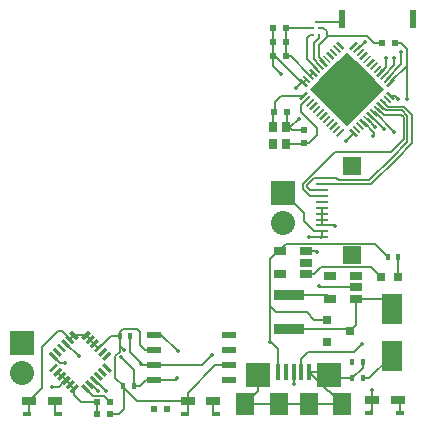
<source format=gtl>
G04 #@! TF.FileFunction,Copper,L1,Top,Signal*
%FSLAX46Y46*%
G04 Gerber Fmt 4.6, Leading zero omitted, Abs format (unit mm)*
G04 Created by KiCad (PCBNEW (2015-04-30 BZR 5634)-product) date Friday, May 08, 2015 'PMt' 05:38:52 PM*
%MOMM*%
G01*
G04 APERTURE LIST*
%ADD10C,0.100000*%
%ADD11R,0.500000X0.600000*%
%ADD12R,0.600000X0.500000*%
%ADD13R,1.800860X2.499360*%
%ADD14R,0.797560X0.797560*%
%ADD15R,2.500000X0.900000*%
%ADD16R,0.800100X0.800100*%
%ADD17R,0.400000X0.600000*%
%ADD18R,1.143000X0.508000*%
%ADD19R,1.060000X0.650000*%
%ADD20C,0.220000*%
%ADD21R,0.800000X0.900000*%
%ADD22R,1.600000X1.900000*%
%ADD23R,2.000000X2.000000*%
%ADD24R,0.400000X1.350000*%
%ADD25R,0.700000X0.400000*%
%ADD26R,1.200000X0.650000*%
%ADD27R,0.500000X1.600000*%
%ADD28R,2.032000X2.032000*%
%ADD29O,2.032000X2.032000*%
%ADD30R,1.500000X1.500000*%
%ADD31R,1.100000X0.250000*%
%ADD32C,0.355000*%
%ADD33C,0.127000*%
G04 APERTURE END LIST*
D10*
D11*
X175600000Y-91150000D03*
X175600000Y-92250000D03*
D12*
X163950000Y-114800000D03*
X162850000Y-114800000D03*
X159150000Y-114200000D03*
X158050000Y-114200000D03*
X159150000Y-115200000D03*
X158050000Y-115200000D03*
X172950000Y-83700000D03*
X174050000Y-83700000D03*
X173050000Y-89600000D03*
X174150000Y-89600000D03*
X182150000Y-83800000D03*
X183250000Y-83800000D03*
X174050000Y-82500000D03*
X172950000Y-82500000D03*
X174050000Y-84900000D03*
X172950000Y-84900000D03*
D13*
X183000000Y-110298980D03*
X183000000Y-106301020D03*
D14*
X182050700Y-103600000D03*
X183549300Y-103600000D03*
D15*
X174300000Y-108050000D03*
X174300000Y-105150000D03*
D16*
X177499240Y-107250000D03*
X177499240Y-109150000D03*
X179498220Y-108200000D03*
D17*
X183550000Y-101900000D03*
X182650000Y-101900000D03*
X179650000Y-110800000D03*
X180550000Y-110800000D03*
X180550000Y-112200000D03*
X179650000Y-112200000D03*
X160850000Y-108600000D03*
X159950000Y-108600000D03*
X161150000Y-112800000D03*
X160250000Y-112800000D03*
D18*
X162825000Y-112305000D03*
X162825000Y-111035000D03*
X162825000Y-109765000D03*
X162825000Y-108495000D03*
X169175000Y-108495000D03*
X169175000Y-109765000D03*
X169175000Y-111035000D03*
X169175000Y-112305000D03*
D19*
X175700000Y-103350000D03*
X175700000Y-102400000D03*
X175700000Y-101450000D03*
X173500000Y-101450000D03*
X173500000Y-103350000D03*
X180000000Y-105450000D03*
X180000000Y-104500000D03*
X180000000Y-103550000D03*
X177800000Y-103550000D03*
X177800000Y-105450000D03*
D20*
X176600000Y-82050000D03*
X176850000Y-82500000D03*
X176350000Y-82500000D03*
X176350000Y-83100000D03*
X176850000Y-83100000D03*
D21*
X174000000Y-90900000D03*
X174000000Y-92350000D03*
X172925000Y-90925000D03*
X172925000Y-92350000D03*
D10*
G36*
X180119238Y-91589087D02*
X179977817Y-91730508D01*
X179412132Y-91164823D01*
X179553553Y-91023402D01*
X180119238Y-91589087D01*
X180119238Y-91589087D01*
G37*
G36*
X180402081Y-91306245D02*
X180260660Y-91447666D01*
X179694975Y-90881981D01*
X179836396Y-90740560D01*
X180402081Y-91306245D01*
X180402081Y-91306245D01*
G37*
G36*
X180684924Y-91023402D02*
X180543503Y-91164823D01*
X179977818Y-90599138D01*
X180119239Y-90457717D01*
X180684924Y-91023402D01*
X180684924Y-91023402D01*
G37*
G36*
X180967767Y-90740559D02*
X180826346Y-90881980D01*
X180260661Y-90316295D01*
X180402082Y-90174874D01*
X180967767Y-90740559D01*
X180967767Y-90740559D01*
G37*
G36*
X181250609Y-90457716D02*
X181109188Y-90599137D01*
X180543503Y-90033452D01*
X180684924Y-89892031D01*
X181250609Y-90457716D01*
X181250609Y-90457716D01*
G37*
G36*
X181533452Y-90174874D02*
X181392031Y-90316295D01*
X180826346Y-89750610D01*
X180967767Y-89609189D01*
X181533452Y-90174874D01*
X181533452Y-90174874D01*
G37*
G36*
X181816295Y-89892031D02*
X181674874Y-90033452D01*
X181109189Y-89467767D01*
X181250610Y-89326346D01*
X181816295Y-89892031D01*
X181816295Y-89892031D01*
G37*
G36*
X182099137Y-89609188D02*
X181957716Y-89750609D01*
X181392031Y-89184924D01*
X181533452Y-89043503D01*
X182099137Y-89609188D01*
X182099137Y-89609188D01*
G37*
G36*
X182381980Y-89326346D02*
X182240559Y-89467767D01*
X181674874Y-88902082D01*
X181816295Y-88760661D01*
X182381980Y-89326346D01*
X182381980Y-89326346D01*
G37*
G36*
X182664823Y-89043503D02*
X182523402Y-89184924D01*
X181957717Y-88619239D01*
X182099138Y-88477818D01*
X182664823Y-89043503D01*
X182664823Y-89043503D01*
G37*
G36*
X182947666Y-88760660D02*
X182806245Y-88902081D01*
X182240560Y-88336396D01*
X182381981Y-88194975D01*
X182947666Y-88760660D01*
X182947666Y-88760660D01*
G37*
G36*
X183230508Y-88477817D02*
X183089087Y-88619238D01*
X182523402Y-88053553D01*
X182664823Y-87912132D01*
X183230508Y-88477817D01*
X183230508Y-88477817D01*
G37*
G36*
X183089087Y-86780762D02*
X183230508Y-86922183D01*
X182664823Y-87487868D01*
X182523402Y-87346447D01*
X183089087Y-86780762D01*
X183089087Y-86780762D01*
G37*
G36*
X182806245Y-86497919D02*
X182947666Y-86639340D01*
X182381981Y-87205025D01*
X182240560Y-87063604D01*
X182806245Y-86497919D01*
X182806245Y-86497919D01*
G37*
G36*
X182523402Y-86215076D02*
X182664823Y-86356497D01*
X182099138Y-86922182D01*
X181957717Y-86780761D01*
X182523402Y-86215076D01*
X182523402Y-86215076D01*
G37*
G36*
X182240559Y-85932233D02*
X182381980Y-86073654D01*
X181816295Y-86639339D01*
X181674874Y-86497918D01*
X182240559Y-85932233D01*
X182240559Y-85932233D01*
G37*
G36*
X181957716Y-85649391D02*
X182099137Y-85790812D01*
X181533452Y-86356497D01*
X181392031Y-86215076D01*
X181957716Y-85649391D01*
X181957716Y-85649391D01*
G37*
G36*
X181674874Y-85366548D02*
X181816295Y-85507969D01*
X181250610Y-86073654D01*
X181109189Y-85932233D01*
X181674874Y-85366548D01*
X181674874Y-85366548D01*
G37*
G36*
X181392031Y-85083705D02*
X181533452Y-85225126D01*
X180967767Y-85790811D01*
X180826346Y-85649390D01*
X181392031Y-85083705D01*
X181392031Y-85083705D01*
G37*
G36*
X181109188Y-84800863D02*
X181250609Y-84942284D01*
X180684924Y-85507969D01*
X180543503Y-85366548D01*
X181109188Y-84800863D01*
X181109188Y-84800863D01*
G37*
G36*
X180826346Y-84518020D02*
X180967767Y-84659441D01*
X180402082Y-85225126D01*
X180260661Y-85083705D01*
X180826346Y-84518020D01*
X180826346Y-84518020D01*
G37*
G36*
X180543503Y-84235177D02*
X180684924Y-84376598D01*
X180119239Y-84942283D01*
X179977818Y-84800862D01*
X180543503Y-84235177D01*
X180543503Y-84235177D01*
G37*
G36*
X180260660Y-83952334D02*
X180402081Y-84093755D01*
X179836396Y-84659440D01*
X179694975Y-84518019D01*
X180260660Y-83952334D01*
X180260660Y-83952334D01*
G37*
G36*
X179977817Y-83669492D02*
X180119238Y-83810913D01*
X179553553Y-84376598D01*
X179412132Y-84235177D01*
X179977817Y-83669492D01*
X179977817Y-83669492D01*
G37*
G36*
X178987868Y-84235177D02*
X178846447Y-84376598D01*
X178280762Y-83810913D01*
X178422183Y-83669492D01*
X178987868Y-84235177D01*
X178987868Y-84235177D01*
G37*
G36*
X178705025Y-84518019D02*
X178563604Y-84659440D01*
X177997919Y-84093755D01*
X178139340Y-83952334D01*
X178705025Y-84518019D01*
X178705025Y-84518019D01*
G37*
G36*
X178422182Y-84800862D02*
X178280761Y-84942283D01*
X177715076Y-84376598D01*
X177856497Y-84235177D01*
X178422182Y-84800862D01*
X178422182Y-84800862D01*
G37*
G36*
X178139339Y-85083705D02*
X177997918Y-85225126D01*
X177432233Y-84659441D01*
X177573654Y-84518020D01*
X178139339Y-85083705D01*
X178139339Y-85083705D01*
G37*
G36*
X177856497Y-85366548D02*
X177715076Y-85507969D01*
X177149391Y-84942284D01*
X177290812Y-84800863D01*
X177856497Y-85366548D01*
X177856497Y-85366548D01*
G37*
G36*
X177573654Y-85649390D02*
X177432233Y-85790811D01*
X176866548Y-85225126D01*
X177007969Y-85083705D01*
X177573654Y-85649390D01*
X177573654Y-85649390D01*
G37*
G36*
X177290811Y-85932233D02*
X177149390Y-86073654D01*
X176583705Y-85507969D01*
X176725126Y-85366548D01*
X177290811Y-85932233D01*
X177290811Y-85932233D01*
G37*
G36*
X177007969Y-86215076D02*
X176866548Y-86356497D01*
X176300863Y-85790812D01*
X176442284Y-85649391D01*
X177007969Y-86215076D01*
X177007969Y-86215076D01*
G37*
G36*
X176725126Y-86497918D02*
X176583705Y-86639339D01*
X176018020Y-86073654D01*
X176159441Y-85932233D01*
X176725126Y-86497918D01*
X176725126Y-86497918D01*
G37*
G36*
X176442283Y-86780761D02*
X176300862Y-86922182D01*
X175735177Y-86356497D01*
X175876598Y-86215076D01*
X176442283Y-86780761D01*
X176442283Y-86780761D01*
G37*
G36*
X176159440Y-87063604D02*
X176018019Y-87205025D01*
X175452334Y-86639340D01*
X175593755Y-86497919D01*
X176159440Y-87063604D01*
X176159440Y-87063604D01*
G37*
G36*
X175876598Y-87346447D02*
X175735177Y-87487868D01*
X175169492Y-86922183D01*
X175310913Y-86780762D01*
X175876598Y-87346447D01*
X175876598Y-87346447D01*
G37*
G36*
X175735177Y-87912132D02*
X175876598Y-88053553D01*
X175310913Y-88619238D01*
X175169492Y-88477817D01*
X175735177Y-87912132D01*
X175735177Y-87912132D01*
G37*
G36*
X176018019Y-88194975D02*
X176159440Y-88336396D01*
X175593755Y-88902081D01*
X175452334Y-88760660D01*
X176018019Y-88194975D01*
X176018019Y-88194975D01*
G37*
G36*
X176300862Y-88477818D02*
X176442283Y-88619239D01*
X175876598Y-89184924D01*
X175735177Y-89043503D01*
X176300862Y-88477818D01*
X176300862Y-88477818D01*
G37*
G36*
X176583705Y-88760661D02*
X176725126Y-88902082D01*
X176159441Y-89467767D01*
X176018020Y-89326346D01*
X176583705Y-88760661D01*
X176583705Y-88760661D01*
G37*
G36*
X176866548Y-89043503D02*
X177007969Y-89184924D01*
X176442284Y-89750609D01*
X176300863Y-89609188D01*
X176866548Y-89043503D01*
X176866548Y-89043503D01*
G37*
G36*
X177149390Y-89326346D02*
X177290811Y-89467767D01*
X176725126Y-90033452D01*
X176583705Y-89892031D01*
X177149390Y-89326346D01*
X177149390Y-89326346D01*
G37*
G36*
X177432233Y-89609189D02*
X177573654Y-89750610D01*
X177007969Y-90316295D01*
X176866548Y-90174874D01*
X177432233Y-89609189D01*
X177432233Y-89609189D01*
G37*
G36*
X177715076Y-89892031D02*
X177856497Y-90033452D01*
X177290812Y-90599137D01*
X177149391Y-90457716D01*
X177715076Y-89892031D01*
X177715076Y-89892031D01*
G37*
G36*
X177997918Y-90174874D02*
X178139339Y-90316295D01*
X177573654Y-90881980D01*
X177432233Y-90740559D01*
X177997918Y-90174874D01*
X177997918Y-90174874D01*
G37*
G36*
X178280761Y-90457717D02*
X178422182Y-90599138D01*
X177856497Y-91164823D01*
X177715076Y-91023402D01*
X178280761Y-90457717D01*
X178280761Y-90457717D01*
G37*
G36*
X178563604Y-90740560D02*
X178705025Y-90881981D01*
X178139340Y-91447666D01*
X177997919Y-91306245D01*
X178563604Y-90740560D01*
X178563604Y-90740560D01*
G37*
G36*
X178846447Y-91023402D02*
X178987868Y-91164823D01*
X178422183Y-91730508D01*
X178280762Y-91589087D01*
X178846447Y-91023402D01*
X178846447Y-91023402D01*
G37*
G36*
X179986656Y-85340031D02*
X179200000Y-86126687D01*
X178413344Y-85340031D01*
X179200000Y-84553375D01*
X179986656Y-85340031D01*
X179986656Y-85340031D01*
G37*
G36*
X179200000Y-86126687D02*
X178413344Y-86913343D01*
X177626688Y-86126687D01*
X178413344Y-85340031D01*
X179200000Y-86126687D01*
X179200000Y-86126687D01*
G37*
G36*
X178413343Y-86913344D02*
X177626687Y-87700000D01*
X176840031Y-86913344D01*
X177626687Y-86126688D01*
X178413343Y-86913344D01*
X178413343Y-86913344D01*
G37*
G36*
X177626687Y-87700000D02*
X176840031Y-88486656D01*
X176053375Y-87700000D01*
X176840031Y-86913344D01*
X177626687Y-87700000D01*
X177626687Y-87700000D01*
G37*
G36*
X180773312Y-86126687D02*
X179986656Y-86913343D01*
X179200000Y-86126687D01*
X179986656Y-85340031D01*
X180773312Y-86126687D01*
X180773312Y-86126687D01*
G37*
G36*
X179986656Y-86913344D02*
X179200000Y-87700000D01*
X178413344Y-86913344D01*
X179200000Y-86126688D01*
X179986656Y-86913344D01*
X179986656Y-86913344D01*
G37*
G36*
X179200000Y-87700000D02*
X178413344Y-88486656D01*
X177626688Y-87700000D01*
X178413344Y-86913344D01*
X179200000Y-87700000D01*
X179200000Y-87700000D01*
G37*
G36*
X178413343Y-88486656D02*
X177626687Y-89273312D01*
X176840031Y-88486656D01*
X177626687Y-87700000D01*
X178413343Y-88486656D01*
X178413343Y-88486656D01*
G37*
G36*
X181559969Y-86913344D02*
X180773313Y-87700000D01*
X179986657Y-86913344D01*
X180773313Y-86126688D01*
X181559969Y-86913344D01*
X181559969Y-86913344D01*
G37*
G36*
X180773312Y-87700000D02*
X179986656Y-88486656D01*
X179200000Y-87700000D01*
X179986656Y-86913344D01*
X180773312Y-87700000D01*
X180773312Y-87700000D01*
G37*
G36*
X179986656Y-88486656D02*
X179200000Y-89273312D01*
X178413344Y-88486656D01*
X179200000Y-87700000D01*
X179986656Y-88486656D01*
X179986656Y-88486656D01*
G37*
G36*
X179200000Y-89273313D02*
X178413344Y-90059969D01*
X177626688Y-89273313D01*
X178413344Y-88486657D01*
X179200000Y-89273313D01*
X179200000Y-89273313D01*
G37*
G36*
X182346625Y-87700000D02*
X181559969Y-88486656D01*
X180773313Y-87700000D01*
X181559969Y-86913344D01*
X182346625Y-87700000D01*
X182346625Y-87700000D01*
G37*
G36*
X181559969Y-88486656D02*
X180773313Y-89273312D01*
X179986657Y-88486656D01*
X180773313Y-87700000D01*
X181559969Y-88486656D01*
X181559969Y-88486656D01*
G37*
G36*
X180773312Y-89273313D02*
X179986656Y-90059969D01*
X179200000Y-89273313D01*
X179986656Y-88486657D01*
X180773312Y-89273313D01*
X180773312Y-89273313D01*
G37*
G36*
X179986656Y-90059969D02*
X179200000Y-90846625D01*
X178413344Y-90059969D01*
X179200000Y-89273313D01*
X179986656Y-90059969D01*
X179986656Y-90059969D01*
G37*
G36*
X154142804Y-111701561D02*
X153930672Y-111489429D01*
X154531712Y-110888389D01*
X154743844Y-111100521D01*
X154142804Y-111701561D01*
X154142804Y-111701561D01*
G37*
G36*
X154496358Y-112055114D02*
X154284226Y-111842982D01*
X154885266Y-111241942D01*
X155097398Y-111454074D01*
X154496358Y-112055114D01*
X154496358Y-112055114D01*
G37*
G36*
X154849911Y-112408668D02*
X154637779Y-112196536D01*
X155238819Y-111595496D01*
X155450951Y-111807628D01*
X154849911Y-112408668D01*
X154849911Y-112408668D01*
G37*
G36*
X155203464Y-112762221D02*
X154991332Y-112550089D01*
X155592372Y-111949049D01*
X155804504Y-112161181D01*
X155203464Y-112762221D01*
X155203464Y-112762221D01*
G37*
G36*
X155557018Y-113115774D02*
X155344886Y-112903642D01*
X155945926Y-112302602D01*
X156158058Y-112514734D01*
X155557018Y-113115774D01*
X155557018Y-113115774D01*
G37*
G36*
X155910571Y-113469328D02*
X155698439Y-113257196D01*
X156299479Y-112656156D01*
X156511611Y-112868288D01*
X155910571Y-113469328D01*
X155910571Y-113469328D01*
G37*
G36*
X157501561Y-113257196D02*
X157289429Y-113469328D01*
X156688389Y-112868288D01*
X156900521Y-112656156D01*
X157501561Y-113257196D01*
X157501561Y-113257196D01*
G37*
G36*
X157855114Y-112903642D02*
X157642982Y-113115774D01*
X157041942Y-112514734D01*
X157254074Y-112302602D01*
X157855114Y-112903642D01*
X157855114Y-112903642D01*
G37*
G36*
X158208668Y-112550089D02*
X157996536Y-112762221D01*
X157395496Y-112161181D01*
X157607628Y-111949049D01*
X158208668Y-112550089D01*
X158208668Y-112550089D01*
G37*
G36*
X158562221Y-112196536D02*
X158350089Y-112408668D01*
X157749049Y-111807628D01*
X157961181Y-111595496D01*
X158562221Y-112196536D01*
X158562221Y-112196536D01*
G37*
G36*
X158915774Y-111842982D02*
X158703642Y-112055114D01*
X158102602Y-111454074D01*
X158314734Y-111241942D01*
X158915774Y-111842982D01*
X158915774Y-111842982D01*
G37*
G36*
X159269328Y-111489429D02*
X159057196Y-111701561D01*
X158456156Y-111100521D01*
X158668288Y-110888389D01*
X159269328Y-111489429D01*
X159269328Y-111489429D01*
G37*
G36*
X158668288Y-110711611D02*
X158456156Y-110499479D01*
X159057196Y-109898439D01*
X159269328Y-110110571D01*
X158668288Y-110711611D01*
X158668288Y-110711611D01*
G37*
G36*
X158314734Y-110358058D02*
X158102602Y-110145926D01*
X158703642Y-109544886D01*
X158915774Y-109757018D01*
X158314734Y-110358058D01*
X158314734Y-110358058D01*
G37*
G36*
X157961181Y-110004504D02*
X157749049Y-109792372D01*
X158350089Y-109191332D01*
X158562221Y-109403464D01*
X157961181Y-110004504D01*
X157961181Y-110004504D01*
G37*
G36*
X157607628Y-109650951D02*
X157395496Y-109438819D01*
X157996536Y-108837779D01*
X158208668Y-109049911D01*
X157607628Y-109650951D01*
X157607628Y-109650951D01*
G37*
G36*
X157254074Y-109297398D02*
X157041942Y-109085266D01*
X157642982Y-108484226D01*
X157855114Y-108696358D01*
X157254074Y-109297398D01*
X157254074Y-109297398D01*
G37*
G36*
X156900521Y-108943844D02*
X156688389Y-108731712D01*
X157289429Y-108130672D01*
X157501561Y-108342804D01*
X156900521Y-108943844D01*
X156900521Y-108943844D01*
G37*
G36*
X156511611Y-108731712D02*
X156299479Y-108943844D01*
X155698439Y-108342804D01*
X155910571Y-108130672D01*
X156511611Y-108731712D01*
X156511611Y-108731712D01*
G37*
G36*
X156158058Y-109085266D02*
X155945926Y-109297398D01*
X155344886Y-108696358D01*
X155557018Y-108484226D01*
X156158058Y-109085266D01*
X156158058Y-109085266D01*
G37*
G36*
X155804504Y-109438819D02*
X155592372Y-109650951D01*
X154991332Y-109049911D01*
X155203464Y-108837779D01*
X155804504Y-109438819D01*
X155804504Y-109438819D01*
G37*
G36*
X155450951Y-109792372D02*
X155238819Y-110004504D01*
X154637779Y-109403464D01*
X154849911Y-109191332D01*
X155450951Y-109792372D01*
X155450951Y-109792372D01*
G37*
G36*
X155097398Y-110145926D02*
X154885266Y-110358058D01*
X154284226Y-109757018D01*
X154496358Y-109544886D01*
X155097398Y-110145926D01*
X155097398Y-110145926D01*
G37*
G36*
X154743844Y-110499479D02*
X154531712Y-110711611D01*
X153930672Y-110110571D01*
X154142804Y-109898439D01*
X154743844Y-110499479D01*
X154743844Y-110499479D01*
G37*
D22*
X175950000Y-114370000D03*
X173450000Y-114370000D03*
X178810000Y-114370000D03*
D23*
X177700000Y-111940000D03*
D24*
X173399100Y-111637460D03*
X174049100Y-111637460D03*
X174699100Y-111637460D03*
X175349100Y-111637460D03*
X175999100Y-111637460D03*
D23*
X171700000Y-111940000D03*
D22*
X170590000Y-114370000D03*
D25*
X168100000Y-115200000D03*
D26*
X167900000Y-114100000D03*
X165700000Y-114100000D03*
D25*
X165500000Y-115200000D03*
X154700000Y-115200000D03*
D26*
X154500000Y-114100000D03*
X152300000Y-114100000D03*
D25*
X152100000Y-115200000D03*
X183700000Y-115100000D03*
D26*
X183500000Y-114000000D03*
X181300000Y-114000000D03*
D25*
X181100000Y-115100000D03*
D27*
X184800000Y-81800000D03*
X178800000Y-81800000D03*
D28*
X173800000Y-96500000D03*
D29*
X173800000Y-99040000D03*
D28*
X151700000Y-109200000D03*
D29*
X151700000Y-111740000D03*
D30*
X179600000Y-101750000D03*
D31*
X177100000Y-99750000D03*
X177100000Y-99250000D03*
X177100000Y-98750000D03*
X177100000Y-98250000D03*
X177100000Y-97750000D03*
X177100000Y-97250000D03*
X177100000Y-96750000D03*
X177100000Y-96250000D03*
X177100000Y-95750000D03*
X177100000Y-100250000D03*
D30*
X179600000Y-94250000D03*
D32*
X154200000Y-112900000D03*
X158100000Y-114200000D03*
X170400000Y-114300000D03*
X164900000Y-109900000D03*
X177900000Y-112100000D03*
X176800000Y-104400000D03*
X176000000Y-100200000D03*
X175900000Y-102500000D03*
X184300000Y-88500000D03*
X175100000Y-90200000D03*
X174150000Y-89600000D03*
X174100000Y-84900000D03*
X158800000Y-113300000D03*
X163900000Y-114800000D03*
X158100000Y-113300000D03*
X162900000Y-114800000D03*
X183500000Y-88500000D03*
X173600000Y-86400000D03*
X179100000Y-92100000D03*
X174900000Y-87600000D03*
X169000000Y-111100000D03*
X181300000Y-113200000D03*
X177900000Y-103500000D03*
X178200000Y-99300000D03*
X160300000Y-109800000D03*
X162700000Y-109800000D03*
X172700000Y-109100000D03*
X173500000Y-103350000D03*
X179600000Y-110700000D03*
X183200000Y-91300000D03*
X167800000Y-110200000D03*
X155300000Y-110900000D03*
X161800000Y-111000000D03*
X182300000Y-91100000D03*
X164800000Y-112200000D03*
X156500000Y-110300000D03*
X160100000Y-110400000D03*
X183800000Y-84600000D03*
X168100000Y-114000000D03*
X183200000Y-85100000D03*
X154600000Y-114200000D03*
X182500000Y-85100000D03*
X183800000Y-114000000D03*
X181400000Y-91700000D03*
X174700000Y-112700000D03*
X181600000Y-90900000D03*
X174000000Y-111600000D03*
X180700000Y-83700000D03*
X180500000Y-109300000D03*
X177400000Y-109000000D03*
X176700000Y-101500000D03*
D33*
X154800000Y-112900000D02*
X155344365Y-112355635D01*
X154600000Y-112900000D02*
X154800000Y-112900000D01*
X154200000Y-112900000D02*
X154600000Y-112900000D01*
X155344365Y-112355635D02*
X155397918Y-112355635D01*
X158100000Y-114200000D02*
X158050000Y-114200000D01*
X162825000Y-108495000D02*
X163495000Y-108495000D01*
X170400000Y-114300000D02*
X170470000Y-114370000D01*
X163495000Y-108495000D02*
X164900000Y-109900000D01*
X170470000Y-114370000D02*
X170590000Y-114370000D01*
X175999100Y-111637460D02*
X177397460Y-111637460D01*
X177397460Y-111637460D02*
X177700000Y-111940000D01*
X177900000Y-112100000D02*
X177740000Y-111940000D01*
X177740000Y-111940000D02*
X177700000Y-111940000D01*
X176900000Y-104500000D02*
X180000000Y-104500000D01*
X176800000Y-104400000D02*
X176900000Y-104500000D01*
X176050000Y-100250000D02*
X176000000Y-100200000D01*
X177100000Y-100250000D02*
X176050000Y-100250000D01*
X175900000Y-102500000D02*
X175800000Y-102400000D01*
X175800000Y-102400000D02*
X175700000Y-102400000D01*
X184255635Y-88455635D02*
X184255635Y-85755635D01*
X184300000Y-88500000D02*
X184255635Y-88455635D01*
X175100000Y-90200000D02*
X174400000Y-90900000D01*
X174400000Y-90900000D02*
X174000000Y-90900000D01*
X155751472Y-112709188D02*
X155751472Y-112709189D01*
X155751472Y-112709189D02*
X156105025Y-113062742D01*
X155044365Y-112002082D02*
X155397918Y-112355635D01*
X154690812Y-111648528D02*
X154690812Y-111648529D01*
X154690812Y-111648529D02*
X155397918Y-112355635D01*
X155397918Y-112355635D02*
X155397919Y-112355635D01*
X155397919Y-112355635D02*
X156105025Y-113062741D01*
X156105025Y-113062741D02*
X156105025Y-113605025D01*
X157050000Y-114200000D02*
X158050000Y-114200000D01*
X156700000Y-114200000D02*
X157050000Y-114200000D01*
X156105025Y-113605025D02*
X156700000Y-114200000D01*
X158050000Y-114200000D02*
X158050000Y-115200000D01*
X174150000Y-90750000D02*
X174150000Y-89600000D01*
X174100000Y-84900000D02*
X174050000Y-84900000D01*
X180550000Y-110800000D02*
X180550000Y-111300000D01*
X180550000Y-111300000D02*
X179650000Y-112200000D01*
X179650000Y-112200000D02*
X177960000Y-112200000D01*
X177960000Y-112200000D02*
X177700000Y-111940000D01*
X171700000Y-111940000D02*
X171700000Y-113260000D01*
X171700000Y-113260000D02*
X170590000Y-114370000D01*
X170590000Y-114370000D02*
X173450000Y-114370000D01*
X173450000Y-114370000D02*
X175950000Y-114370000D01*
X175950000Y-114370000D02*
X178810000Y-114370000D01*
X178810000Y-114370000D02*
X177700000Y-113260000D01*
X177700000Y-113260000D02*
X177621640Y-113260000D01*
X177621640Y-113260000D02*
X175999100Y-111637460D01*
X177100000Y-99750000D02*
X177100000Y-100250000D01*
X177100000Y-100250000D02*
X177000000Y-100350000D01*
X173800000Y-96500000D02*
X173900000Y-96500000D01*
X173900000Y-96500000D02*
X175600000Y-98200000D01*
X175600000Y-98200000D02*
X175600000Y-98900000D01*
X175600000Y-98900000D02*
X176450000Y-99750000D01*
X176450000Y-99750000D02*
X177100000Y-99750000D01*
X174150000Y-90750000D02*
X174550000Y-91150000D01*
X174550000Y-91150000D02*
X175600000Y-91150000D01*
X183250000Y-83800000D02*
X183800000Y-83800000D01*
X184300000Y-85711270D02*
X182876955Y-87134315D01*
X184300000Y-84300000D02*
X184300000Y-85711270D01*
X183800000Y-83800000D02*
X184300000Y-84300000D01*
X174050000Y-84900000D02*
X174420101Y-84900000D01*
X174420101Y-84900000D02*
X176088730Y-86568629D01*
X176088730Y-86568629D02*
X176371573Y-86285786D01*
X174050000Y-82500000D02*
X176350000Y-82500000D01*
X174050000Y-82500000D02*
X174050000Y-83700000D01*
X174050000Y-83700000D02*
X174050000Y-84900000D01*
X174000000Y-92350000D02*
X175500000Y-92350000D01*
X175500000Y-92350000D02*
X175550000Y-92300000D01*
X175550000Y-92300000D02*
X176000000Y-92300000D01*
X176000000Y-92300000D02*
X176700000Y-91600000D01*
X176700000Y-91600000D02*
X176700000Y-91000000D01*
X176700000Y-91000000D02*
X175300000Y-89600000D01*
X175300000Y-89600000D02*
X175300000Y-89054415D01*
X175300000Y-89054415D02*
X175805887Y-88548528D01*
X157802082Y-112355635D02*
X157855635Y-112355635D01*
X157855635Y-112355635D02*
X158800000Y-113300000D01*
X163900000Y-114800000D02*
X163950000Y-114800000D01*
X157448528Y-112709188D02*
X157509188Y-112709188D01*
X157509188Y-112709188D02*
X158100000Y-113300000D01*
X162900000Y-114800000D02*
X162850000Y-114800000D01*
X157094975Y-113062742D02*
X157094975Y-113094975D01*
X157094975Y-113094975D02*
X157700000Y-113700000D01*
X157700000Y-113700000D02*
X158650000Y-113700000D01*
X158650000Y-113700000D02*
X159150000Y-114200000D01*
X183265685Y-88265685D02*
X182876955Y-88265685D01*
X183265685Y-88265685D02*
X183500000Y-88500000D01*
X172950000Y-84900000D02*
X172950000Y-85750000D01*
X172950000Y-85750000D02*
X173600000Y-86400000D01*
X179765685Y-91434315D02*
X179100000Y-92100000D01*
X175365685Y-87134315D02*
X175523045Y-87134315D01*
X174900000Y-87600000D02*
X175365685Y-87134315D01*
X179765685Y-91376955D02*
X179765685Y-91434315D01*
X160250000Y-112800000D02*
X160250000Y-112950000D01*
X160250000Y-112950000D02*
X161400000Y-114100000D01*
X161400000Y-114100000D02*
X165700000Y-114100000D01*
X152300000Y-114100000D02*
X152300000Y-115000000D01*
X152300000Y-115000000D02*
X152100000Y-115200000D01*
X155751472Y-108890812D02*
X155751472Y-108851472D01*
X155751472Y-108851472D02*
X155100000Y-108200000D01*
X153400000Y-113000000D02*
X152300000Y-114100000D01*
X153400000Y-109500000D02*
X153400000Y-113000000D01*
X154700000Y-108200000D02*
X153400000Y-109500000D01*
X155100000Y-108200000D02*
X154700000Y-108200000D01*
X162825000Y-109765000D02*
X162065000Y-109765000D01*
X159950000Y-108250000D02*
X159950000Y-108600000D01*
X160200000Y-108000000D02*
X159950000Y-108250000D01*
X161400000Y-108000000D02*
X160200000Y-108000000D01*
X161700000Y-108300000D02*
X161400000Y-108000000D01*
X161700000Y-109400000D02*
X161700000Y-108300000D01*
X162065000Y-109765000D02*
X161700000Y-109400000D01*
X157094975Y-108537258D02*
X157094975Y-108537259D01*
X157094975Y-108537259D02*
X157448528Y-108890812D01*
X165700000Y-114100000D02*
X165700000Y-115000000D01*
X169175000Y-111035000D02*
X168065000Y-111035000D01*
X165700000Y-113400000D02*
X165700000Y-114100000D01*
X168065000Y-111035000D02*
X165700000Y-113400000D01*
X169000000Y-111100000D02*
X169065000Y-111035000D01*
X169065000Y-111035000D02*
X169175000Y-111035000D01*
X181300000Y-114000000D02*
X181300000Y-114900000D01*
X181300000Y-114900000D02*
X181100000Y-115100000D01*
X181300000Y-114000000D02*
X181300000Y-113200000D01*
X177900000Y-103500000D02*
X177850000Y-103550000D01*
X177850000Y-103550000D02*
X177800000Y-103550000D01*
X177100000Y-99250000D02*
X178150000Y-99250000D01*
X178150000Y-99250000D02*
X178200000Y-99300000D01*
X159950000Y-108600000D02*
X159950000Y-109950000D01*
X159950000Y-109950000D02*
X159600000Y-110300000D01*
X159600000Y-110300000D02*
X159600000Y-112150000D01*
X159600000Y-112150000D02*
X160300000Y-112850000D01*
X160300000Y-112850000D02*
X160300000Y-114050000D01*
X159900000Y-115200000D02*
X159150000Y-115200000D01*
X160300000Y-114800000D02*
X159900000Y-115200000D01*
X160300000Y-114050000D02*
X160300000Y-114800000D01*
X159950000Y-108600000D02*
X159950000Y-109450000D01*
X159950000Y-109450000D02*
X160300000Y-109800000D01*
X162700000Y-109800000D02*
X162735000Y-109765000D01*
X162735000Y-109765000D02*
X162825000Y-109765000D01*
X155751472Y-108890812D02*
X155751472Y-108890811D01*
X155751472Y-108890811D02*
X156105025Y-108537258D01*
X156105025Y-108537258D02*
X157094974Y-108537258D01*
X157094974Y-108537258D02*
X157802081Y-109244365D01*
X157802081Y-109244365D02*
X157802082Y-109244365D01*
X157802082Y-109244365D02*
X158155635Y-109597918D01*
X158155635Y-109597918D02*
X158202082Y-109597918D01*
X158202082Y-109597918D02*
X159200000Y-108600000D01*
X159200000Y-108600000D02*
X159950000Y-108600000D01*
X177100000Y-99250000D02*
X177100000Y-98750000D01*
X177100000Y-98750000D02*
X177100000Y-98250000D01*
X177100000Y-97750000D02*
X177100000Y-99250000D01*
X172950000Y-82500000D02*
X172950000Y-83700000D01*
X172950000Y-83700000D02*
X172950000Y-84900000D01*
X175523045Y-87134315D02*
X175523045Y-87134314D01*
X175523045Y-87134314D02*
X175805887Y-86851472D01*
X172950000Y-84900000D02*
X173100000Y-84900000D01*
X173100000Y-84900000D02*
X175334315Y-87134315D01*
X175334315Y-87134315D02*
X175523045Y-87134315D01*
X172925000Y-90925000D02*
X172925000Y-89725000D01*
X172925000Y-89725000D02*
X173100000Y-89550000D01*
X173100000Y-89550000D02*
X173100000Y-88800000D01*
X173100000Y-88800000D02*
X173634315Y-88265685D01*
X173634315Y-88265685D02*
X175523045Y-88265685D01*
X182150000Y-83800000D02*
X181500000Y-83800000D01*
X177600000Y-83200000D02*
X177500000Y-83300000D01*
X180900000Y-83200000D02*
X177600000Y-83200000D01*
X181500000Y-83800000D02*
X180900000Y-83200000D01*
X176850000Y-82500000D02*
X177200000Y-82500000D01*
X176800000Y-85017157D02*
X177220101Y-85437258D01*
X176800000Y-84000000D02*
X176800000Y-85017157D01*
X177500000Y-83300000D02*
X176800000Y-84000000D01*
X177500000Y-82800000D02*
X177500000Y-83300000D01*
X177200000Y-82500000D02*
X177500000Y-82800000D01*
X180550000Y-112200000D02*
X181098980Y-112200000D01*
X181098980Y-112200000D02*
X183000000Y-110298980D01*
X180000000Y-105450000D02*
X180000000Y-107698220D01*
X180000000Y-107698220D02*
X179498220Y-108200000D01*
X180000000Y-105450000D02*
X182148980Y-105450000D01*
X182148980Y-105450000D02*
X183000000Y-106301020D01*
X174300000Y-108050000D02*
X179348220Y-108050000D01*
X179348220Y-108050000D02*
X179498220Y-108200000D01*
X175700000Y-103350000D02*
X176450000Y-103350000D01*
X181250700Y-102800000D02*
X182050700Y-103600000D01*
X177000000Y-102800000D02*
X181250700Y-102800000D01*
X176450000Y-103350000D02*
X177000000Y-102800000D01*
X183550000Y-101900000D02*
X183550000Y-103599300D01*
X183550000Y-103599300D02*
X183549300Y-103600000D01*
X174300000Y-105150000D02*
X177500000Y-105150000D01*
X177500000Y-105150000D02*
X177800000Y-105450000D01*
X172700000Y-106100000D02*
X172700000Y-109000000D01*
X173400000Y-109700000D02*
X173400000Y-111636560D01*
X172700000Y-109000000D02*
X173400000Y-109700000D01*
X173400000Y-111636560D02*
X173399100Y-111637460D01*
X172700000Y-106100000D02*
X173200000Y-106600000D01*
X172700000Y-102100000D02*
X172700000Y-106100000D01*
X173350000Y-101450000D02*
X172700000Y-102100000D01*
X176450000Y-107250000D02*
X177499240Y-107250000D01*
X175800000Y-106600000D02*
X176450000Y-107250000D01*
X173200000Y-106600000D02*
X175800000Y-106600000D01*
X173500000Y-101450000D02*
X173350000Y-101450000D01*
X173500000Y-101450000D02*
X173500000Y-101300000D01*
X173500000Y-101300000D02*
X174000000Y-100800000D01*
X174000000Y-100800000D02*
X181550000Y-100800000D01*
X181550000Y-100800000D02*
X182650000Y-101900000D01*
X179650000Y-110750000D02*
X179600000Y-110700000D01*
X179650000Y-110750000D02*
X179650000Y-110800000D01*
X181579899Y-89679899D02*
X183200000Y-91300000D01*
X166965000Y-111035000D02*
X162825000Y-111035000D01*
X167800000Y-110200000D02*
X166965000Y-111035000D01*
X181462742Y-89679899D02*
X181579899Y-89679899D01*
X162000000Y-111035000D02*
X161835000Y-111035000D01*
X154900000Y-110900000D02*
X154337258Y-110337258D01*
X155300000Y-110900000D02*
X154900000Y-110900000D01*
X161835000Y-111035000D02*
X161800000Y-111000000D01*
X154337258Y-110337258D02*
X154337258Y-110305025D01*
X160850000Y-108600000D02*
X160850000Y-109950000D01*
X161935000Y-111035000D02*
X162000000Y-111035000D01*
X162000000Y-111035000D02*
X162825000Y-111035000D01*
X160850000Y-109950000D02*
X161935000Y-111035000D01*
X181262742Y-89962742D02*
X182300000Y-91100000D01*
X164695000Y-112305000D02*
X162825000Y-112305000D01*
X164800000Y-112200000D02*
X164695000Y-112305000D01*
X181179899Y-89962742D02*
X181262742Y-89962742D01*
X161150000Y-112800000D02*
X161150000Y-111450000D01*
X156500000Y-110300000D02*
X155444365Y-109244365D01*
X161150000Y-111450000D02*
X160100000Y-110400000D01*
X155444365Y-109244365D02*
X155397918Y-109244365D01*
X161150000Y-112800000D02*
X161700000Y-112800000D01*
X161700000Y-112800000D02*
X162195000Y-112305000D01*
X162195000Y-112305000D02*
X162825000Y-112305000D01*
X182594113Y-86805887D02*
X183800000Y-85600000D01*
X183800000Y-85600000D02*
X183800000Y-84600000D01*
X167900000Y-114100000D02*
X167900000Y-115000000D01*
X167900000Y-115000000D02*
X168100000Y-115200000D01*
X168100000Y-114000000D02*
X168000000Y-114100000D01*
X168000000Y-114100000D02*
X167900000Y-114100000D01*
X182594113Y-86851472D02*
X182594113Y-86805887D01*
X183200000Y-85700000D02*
X183200000Y-85100000D01*
X182331371Y-86568629D02*
X183200000Y-85700000D01*
X154600000Y-114200000D02*
X154500000Y-114100000D01*
X182311270Y-86568629D02*
X182331371Y-86568629D01*
X154500000Y-114100000D02*
X154500000Y-115000000D01*
X154500000Y-115000000D02*
X154700000Y-115200000D01*
X182500000Y-85800000D02*
X182500000Y-85100000D01*
X182028427Y-86271573D02*
X182500000Y-85800000D01*
X183800000Y-114000000D02*
X183700000Y-114100000D01*
X183700000Y-114100000D02*
X183700000Y-115100000D01*
X182028427Y-86285786D02*
X182028427Y-86271573D01*
X176850000Y-83100000D02*
X176850000Y-83350000D01*
X176400000Y-85182843D02*
X176937258Y-85720101D01*
X176400000Y-83800000D02*
X176400000Y-85182843D01*
X176850000Y-83350000D02*
X176400000Y-83800000D01*
X176350000Y-83100000D02*
X176100000Y-83100000D01*
X175800000Y-85148528D02*
X176654416Y-86002944D01*
X175800000Y-83400000D02*
X175800000Y-85148528D01*
X176100000Y-83100000D02*
X175800000Y-83400000D01*
X182311270Y-88831371D02*
X182331371Y-88831371D01*
X182331371Y-88831371D02*
X182700000Y-89200000D01*
X182700000Y-89200000D02*
X184000000Y-89200000D01*
X184000000Y-89200000D02*
X184700000Y-89900000D01*
X184700000Y-89900000D02*
X184700000Y-92300000D01*
X184700000Y-92300000D02*
X183400000Y-93600000D01*
X177100000Y-95750000D02*
X181250000Y-95750000D01*
X181250000Y-95750000D02*
X183400000Y-93600000D01*
X182028427Y-89114214D02*
X182114214Y-89114214D01*
X182114214Y-89114214D02*
X182500000Y-89500000D01*
X182500000Y-89500000D02*
X183845998Y-89500000D01*
X183845998Y-89500000D02*
X184300000Y-89954002D01*
X184300000Y-89954002D02*
X184300000Y-92200000D01*
X184300000Y-92200000D02*
X183000000Y-93500000D01*
X177100000Y-96250000D02*
X176050000Y-96250000D01*
X181100000Y-95400000D02*
X183000000Y-93500000D01*
X183000000Y-93500000D02*
X183100000Y-93400000D01*
X178504002Y-95400000D02*
X181100000Y-95400000D01*
X178304002Y-95200000D02*
X178504002Y-95400000D01*
X176400000Y-95200000D02*
X178304002Y-95200000D01*
X175800000Y-95800000D02*
X176400000Y-95200000D01*
X175800000Y-96000000D02*
X175800000Y-95800000D01*
X176050000Y-96250000D02*
X175800000Y-96000000D01*
X181745584Y-89397056D02*
X181797056Y-89397056D01*
X181797056Y-89397056D02*
X182300000Y-89900000D01*
X182300000Y-89900000D02*
X183800000Y-89900000D01*
X183800000Y-89900000D02*
X184000000Y-90100000D01*
X184000000Y-90100000D02*
X184000000Y-91900000D01*
X184000000Y-91900000D02*
X182900000Y-93000000D01*
X182900000Y-93000000D02*
X182000000Y-93000000D01*
X177100000Y-96750000D02*
X176050000Y-96750000D01*
X178200000Y-93000000D02*
X182000000Y-93000000D01*
X175500000Y-95700000D02*
X178200000Y-93000000D01*
X175500000Y-96200000D02*
X175500000Y-95700000D01*
X176050000Y-96750000D02*
X175500000Y-96200000D01*
X176600000Y-82050000D02*
X178550000Y-82050000D01*
X178550000Y-82050000D02*
X178800000Y-81800000D01*
X174699100Y-111637460D02*
X174699100Y-112699100D01*
X181500000Y-91414213D02*
X180614214Y-90528427D01*
X181500000Y-91600000D02*
X181500000Y-91414213D01*
X181400000Y-91700000D02*
X181500000Y-91600000D01*
X174699100Y-112699100D02*
X174700000Y-112700000D01*
X180897056Y-90245584D02*
X180945584Y-90245584D01*
X180945584Y-90245584D02*
X181600000Y-90900000D01*
X174000000Y-111600000D02*
X174037460Y-111637460D01*
X174037460Y-111637460D02*
X174049100Y-111637460D01*
X180048528Y-84305887D02*
X180094113Y-84305887D01*
X180094113Y-84305887D02*
X180700000Y-83700000D01*
X180500000Y-109300000D02*
X179800000Y-110000000D01*
X179800000Y-110000000D02*
X175900000Y-110000000D01*
X175900000Y-110000000D02*
X175349100Y-110550900D01*
X175349100Y-110550900D02*
X175349100Y-111637460D01*
X175700000Y-101450000D02*
X176650000Y-101450000D01*
X177400000Y-109000000D02*
X177499240Y-109099240D01*
X176650000Y-101450000D02*
X176700000Y-101500000D01*
X177499240Y-109099240D02*
X177499240Y-109150000D01*
X173800000Y-99040000D02*
X173800000Y-99550000D01*
M02*

</source>
